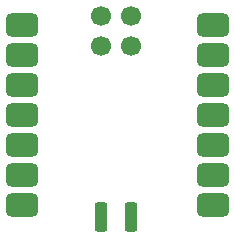
<source format=gbr>
%TF.GenerationSoftware,KiCad,Pcbnew,8.0.8*%
%TF.CreationDate,2025-02-09T21:15:24+00:00*%
%TF.ProjectId,MacroPadPCB,4d616372-6f50-4616-9450-43422e6b6963,rev?*%
%TF.SameCoordinates,Original*%
%TF.FileFunction,Paste,Bot*%
%TF.FilePolarity,Positive*%
%FSLAX46Y46*%
G04 Gerber Fmt 4.6, Leading zero omitted, Abs format (unit mm)*
G04 Created by KiCad (PCBNEW 8.0.8) date 2025-02-09 21:15:24*
%MOMM*%
%LPD*%
G01*
G04 APERTURE LIST*
G04 Aperture macros list*
%AMRoundRect*
0 Rectangle with rounded corners*
0 $1 Rounding radius*
0 $2 $3 $4 $5 $6 $7 $8 $9 X,Y pos of 4 corners*
0 Add a 4 corners polygon primitive as box body*
4,1,4,$2,$3,$4,$5,$6,$7,$8,$9,$2,$3,0*
0 Add four circle primitives for the rounded corners*
1,1,$1+$1,$2,$3*
1,1,$1+$1,$4,$5*
1,1,$1+$1,$6,$7*
1,1,$1+$1,$8,$9*
0 Add four rect primitives between the rounded corners*
20,1,$1+$1,$2,$3,$4,$5,0*
20,1,$1+$1,$4,$5,$6,$7,0*
20,1,$1+$1,$6,$7,$8,$9,0*
20,1,$1+$1,$8,$9,$2,$3,0*%
G04 Aperture macros list end*
%ADD10RoundRect,0.500000X0.875000X0.500000X-0.875000X0.500000X-0.875000X-0.500000X0.875000X-0.500000X0*%
%ADD11RoundRect,0.275000X0.275000X-0.975000X0.275000X0.975000X-0.275000X0.975000X-0.275000X-0.975000X0*%
%ADD12C,1.700000*%
G04 APERTURE END LIST*
D10*
%TO.C,U1*%
X137987994Y-52560400D03*
X137987994Y-55100400D03*
X137987994Y-57640400D03*
X137987994Y-60180400D03*
X137987994Y-62720400D03*
X137987994Y-65260400D03*
X137987994Y-67800400D03*
X121822994Y-67800400D03*
X121822994Y-65260400D03*
X121822994Y-62720400D03*
X121822994Y-60180400D03*
X121822994Y-57640400D03*
X121822994Y-55100400D03*
X121822994Y-52560400D03*
D11*
X131075994Y-68820100D03*
X128535994Y-68820100D03*
D12*
X131075994Y-51802100D03*
X128535994Y-51802100D03*
X131075994Y-54342100D03*
X128535994Y-54342100D03*
%TD*%
M02*

</source>
